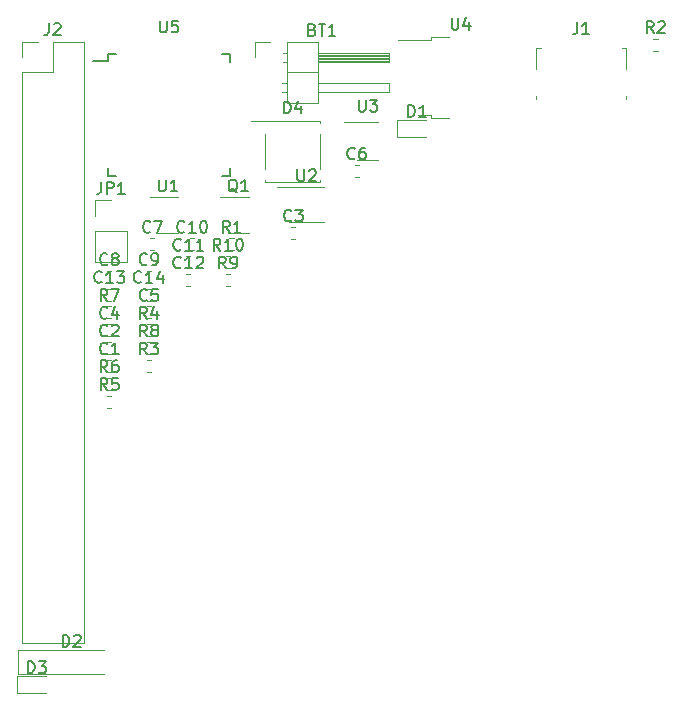
<source format=gbr>
G04 #@! TF.GenerationSoftware,KiCad,Pcbnew,5.0.2+dfsg1-1*
G04 #@! TF.CreationDate,2020-08-24T01:19:37-04:00*
G04 #@! TF.ProjectId,hardware,68617264-7761-4726-952e-6b696361645f,rev?*
G04 #@! TF.SameCoordinates,Original*
G04 #@! TF.FileFunction,Legend,Top*
G04 #@! TF.FilePolarity,Positive*
%FSLAX46Y46*%
G04 Gerber Fmt 4.6, Leading zero omitted, Abs format (unit mm)*
G04 Created by KiCad (PCBNEW 5.0.2+dfsg1-1) date Mon 24 Aug 2020 01:19:37 AM EDT*
%MOMM*%
%LPD*%
G01*
G04 APERTURE LIST*
%ADD10C,0.120000*%
%ADD11C,0.150000*%
G04 APERTURE END LIST*
D10*
G04 #@! TO.C,BT1*
X148645001Y-67805001D02*
X148645001Y-73005001D01*
X148645001Y-73005001D02*
X151305001Y-73005001D01*
X151305001Y-73005001D02*
X151305001Y-67805001D01*
X151305001Y-67805001D02*
X148645001Y-67805001D01*
X151305001Y-68755001D02*
X157305001Y-68755001D01*
X157305001Y-68755001D02*
X157305001Y-69515001D01*
X157305001Y-69515001D02*
X151305001Y-69515001D01*
X151305001Y-68815001D02*
X157305001Y-68815001D01*
X151305001Y-68935001D02*
X157305001Y-68935001D01*
X151305001Y-69055001D02*
X157305001Y-69055001D01*
X151305001Y-69175001D02*
X157305001Y-69175001D01*
X151305001Y-69295001D02*
X157305001Y-69295001D01*
X151305001Y-69415001D02*
X157305001Y-69415001D01*
X148315001Y-68755001D02*
X148645001Y-68755001D01*
X148315001Y-69515001D02*
X148645001Y-69515001D01*
X148645001Y-70405001D02*
X151305001Y-70405001D01*
X151305001Y-71295001D02*
X157305001Y-71295001D01*
X157305001Y-71295001D02*
X157305001Y-72055001D01*
X157305001Y-72055001D02*
X151305001Y-72055001D01*
X148247930Y-71295001D02*
X148645001Y-71295001D01*
X148247930Y-72055001D02*
X148645001Y-72055001D01*
X145935001Y-69135001D02*
X145935001Y-67865001D01*
X145935001Y-67865001D02*
X147205001Y-67865001D01*
G04 #@! TO.C,C1*
X133433734Y-94755001D02*
X133776268Y-94755001D01*
X133433734Y-95775001D02*
X133776268Y-95775001D01*
G04 #@! TO.C,C2*
X133433734Y-93245001D02*
X133776268Y-93245001D01*
X133433734Y-94265001D02*
X133776268Y-94265001D01*
G04 #@! TO.C,C3*
X149023734Y-83505001D02*
X149366268Y-83505001D01*
X149023734Y-84525001D02*
X149366268Y-84525001D01*
G04 #@! TO.C,C4*
X133433734Y-92755001D02*
X133776268Y-92755001D01*
X133433734Y-91735001D02*
X133776268Y-91735001D01*
G04 #@! TO.C,C5*
X136783734Y-91245001D02*
X137126268Y-91245001D01*
X136783734Y-90225001D02*
X137126268Y-90225001D01*
G04 #@! TO.C,C6*
X154383734Y-79275001D02*
X154726268Y-79275001D01*
X154383734Y-78255001D02*
X154726268Y-78255001D01*
G04 #@! TO.C,C7*
X137083734Y-84455001D02*
X137426268Y-84455001D01*
X137083734Y-85475001D02*
X137426268Y-85475001D01*
G04 #@! TO.C,C8*
X133433734Y-88225001D02*
X133776268Y-88225001D01*
X133433734Y-87205001D02*
X133776268Y-87205001D01*
G04 #@! TO.C,C9*
X136783734Y-87205001D02*
X137126268Y-87205001D01*
X136783734Y-88225001D02*
X137126268Y-88225001D01*
G04 #@! TO.C,C10*
X140433734Y-85475001D02*
X140776268Y-85475001D01*
X140433734Y-84455001D02*
X140776268Y-84455001D01*
G04 #@! TO.C,C11*
X140133734Y-85965001D02*
X140476268Y-85965001D01*
X140133734Y-86985001D02*
X140476268Y-86985001D01*
G04 #@! TO.C,C12*
X140133734Y-87475001D02*
X140476268Y-87475001D01*
X140133734Y-88495001D02*
X140476268Y-88495001D01*
G04 #@! TO.C,C13*
X133433734Y-89735001D02*
X133776268Y-89735001D01*
X133433734Y-88715001D02*
X133776268Y-88715001D01*
G04 #@! TO.C,C14*
X136783734Y-89735001D02*
X137126268Y-89735001D01*
X136783734Y-88715001D02*
X137126268Y-88715001D01*
G04 #@! TO.C,D1*
X157980001Y-75890001D02*
X160440001Y-75890001D01*
X157980001Y-74420001D02*
X157980001Y-75890001D01*
X160440001Y-74420001D02*
X157980001Y-74420001D01*
G04 #@! TO.C,D2*
X133155001Y-119335001D02*
X125855001Y-119335001D01*
X125855001Y-119335001D02*
X125855001Y-121335001D01*
X125855001Y-121335001D02*
X133155001Y-121335001D01*
G04 #@! TO.C,D3*
X128250001Y-121520001D02*
X125790001Y-121520001D01*
X125790001Y-121520001D02*
X125790001Y-122990001D01*
X125790001Y-122990001D02*
X128250001Y-122990001D01*
G04 #@! TO.C,D4*
X151425001Y-74735001D02*
X151425001Y-74535001D01*
X151425001Y-74535001D02*
X145625001Y-74535001D01*
X151425001Y-79535001D02*
X151425001Y-79735001D01*
X151425001Y-79735001D02*
X146825001Y-79735001D01*
X146825001Y-79735001D02*
X146825001Y-79535001D01*
X151425001Y-75635001D02*
X151425001Y-78635001D01*
X146825001Y-78635001D02*
X146825001Y-75635001D01*
G04 #@! TO.C,J1*
X177365001Y-68325001D02*
X176985001Y-68325001D01*
X177365001Y-72375001D02*
X177365001Y-72635001D01*
X177365001Y-68325001D02*
X177365001Y-70095001D01*
X169745001Y-68325001D02*
X170125001Y-68325001D01*
X169745001Y-70095001D02*
X169745001Y-68325001D01*
X169745001Y-72635001D02*
X169745001Y-72375001D01*
G04 #@! TO.C,J2*
X126225001Y-118725001D02*
X131425001Y-118725001D01*
X126225001Y-70405001D02*
X126225001Y-118725001D01*
X131425001Y-67805001D02*
X131425001Y-118725001D01*
X126225001Y-70405001D02*
X128825001Y-70405001D01*
X128825001Y-70405001D02*
X128825001Y-67805001D01*
X128825001Y-67805001D02*
X131425001Y-67805001D01*
X126225001Y-69135001D02*
X126225001Y-67805001D01*
X126225001Y-67805001D02*
X127555001Y-67805001D01*
G04 #@! TO.C,JP1*
X132425001Y-86455001D02*
X135085001Y-86455001D01*
X132425001Y-83855001D02*
X132425001Y-86455001D01*
X135085001Y-83855001D02*
X135085001Y-86455001D01*
X132425001Y-83855001D02*
X135085001Y-83855001D01*
X132425001Y-82585001D02*
X132425001Y-81255001D01*
X132425001Y-81255001D02*
X133755001Y-81255001D01*
G04 #@! TO.C,Q1*
X143655001Y-84045001D02*
X145415001Y-84045001D01*
X145415001Y-80975001D02*
X142985001Y-80975001D01*
G04 #@! TO.C,R1*
X143783734Y-84455001D02*
X144126268Y-84455001D01*
X143783734Y-85475001D02*
X144126268Y-85475001D01*
G04 #@! TO.C,R2*
X179683734Y-67555001D02*
X180026268Y-67555001D01*
X179683734Y-68575001D02*
X180026268Y-68575001D01*
G04 #@! TO.C,R3*
X136783734Y-95775001D02*
X137126268Y-95775001D01*
X136783734Y-94755001D02*
X137126268Y-94755001D01*
G04 #@! TO.C,R4*
X136783734Y-92755001D02*
X137126268Y-92755001D01*
X136783734Y-91735001D02*
X137126268Y-91735001D01*
G04 #@! TO.C,R5*
X133433734Y-97775001D02*
X133776268Y-97775001D01*
X133433734Y-98795001D02*
X133776268Y-98795001D01*
G04 #@! TO.C,R6*
X133433734Y-97285001D02*
X133776268Y-97285001D01*
X133433734Y-96265001D02*
X133776268Y-96265001D01*
G04 #@! TO.C,R7*
X133433734Y-91245001D02*
X133776268Y-91245001D01*
X133433734Y-90225001D02*
X133776268Y-90225001D01*
G04 #@! TO.C,R8*
X136783734Y-93245001D02*
X137126268Y-93245001D01*
X136783734Y-94265001D02*
X137126268Y-94265001D01*
G04 #@! TO.C,R9*
X143483734Y-87475001D02*
X143826268Y-87475001D01*
X143483734Y-88495001D02*
X143826268Y-88495001D01*
G04 #@! TO.C,R10*
X143483734Y-86985001D02*
X143826268Y-86985001D01*
X143483734Y-85965001D02*
X143826268Y-85965001D01*
G04 #@! TO.C,U1*
X139445001Y-80975001D02*
X137015001Y-80975001D01*
X137685001Y-84045001D02*
X139445001Y-84045001D01*
G04 #@! TO.C,U2*
X151795001Y-83085001D02*
X148795001Y-83085001D01*
X151795001Y-80085001D02*
X147795001Y-80085001D01*
G04 #@! TO.C,U3*
X154595001Y-77795001D02*
X156395001Y-77795001D01*
X156395001Y-74575001D02*
X153445001Y-74575001D01*
G04 #@! TO.C,U4*
X162385001Y-67385001D02*
X160885001Y-67385001D01*
X160885001Y-67385001D02*
X160885001Y-67655001D01*
X160885001Y-67655001D02*
X158055001Y-67655001D01*
X162385001Y-74285001D02*
X160885001Y-74285001D01*
X160885001Y-74285001D02*
X160885001Y-74015001D01*
X160885001Y-74015001D02*
X159785001Y-74015001D01*
D11*
G04 #@! TO.C,U5*
X133480001Y-68860001D02*
X133480001Y-69435001D01*
X143830001Y-68860001D02*
X143830001Y-69535001D01*
X143830001Y-79210001D02*
X143830001Y-78535001D01*
X133480001Y-79210001D02*
X133480001Y-78535001D01*
X133480001Y-68860001D02*
X134155001Y-68860001D01*
X133480001Y-79210001D02*
X134155001Y-79210001D01*
X143830001Y-79210001D02*
X143155001Y-79210001D01*
X143830001Y-68860001D02*
X143155001Y-68860001D01*
X133480001Y-69435001D02*
X132205001Y-69435001D01*
G04 #@! TO.C,BT1*
X150804286Y-66793572D02*
X150947143Y-66841191D01*
X150994762Y-66888810D01*
X151042381Y-66984048D01*
X151042381Y-67126905D01*
X150994762Y-67222143D01*
X150947143Y-67269762D01*
X150851905Y-67317381D01*
X150470953Y-67317381D01*
X150470953Y-66317381D01*
X150804286Y-66317381D01*
X150899524Y-66365001D01*
X150947143Y-66412620D01*
X150994762Y-66507858D01*
X150994762Y-66603096D01*
X150947143Y-66698334D01*
X150899524Y-66745953D01*
X150804286Y-66793572D01*
X150470953Y-66793572D01*
X151328096Y-66317381D02*
X151899524Y-66317381D01*
X151613810Y-67317381D02*
X151613810Y-66317381D01*
X152756667Y-67317381D02*
X152185239Y-67317381D01*
X152470953Y-67317381D02*
X152470953Y-66317381D01*
X152375715Y-66460239D01*
X152280477Y-66555477D01*
X152185239Y-66603096D01*
G04 #@! TO.C,C1*
X133438334Y-94192143D02*
X133390715Y-94239762D01*
X133247858Y-94287381D01*
X133152620Y-94287381D01*
X133009762Y-94239762D01*
X132914524Y-94144524D01*
X132866905Y-94049286D01*
X132819286Y-93858810D01*
X132819286Y-93715953D01*
X132866905Y-93525477D01*
X132914524Y-93430239D01*
X133009762Y-93335001D01*
X133152620Y-93287381D01*
X133247858Y-93287381D01*
X133390715Y-93335001D01*
X133438334Y-93382620D01*
X134390715Y-94287381D02*
X133819286Y-94287381D01*
X134105001Y-94287381D02*
X134105001Y-93287381D01*
X134009762Y-93430239D01*
X133914524Y-93525477D01*
X133819286Y-93573096D01*
G04 #@! TO.C,C2*
X133438334Y-92682143D02*
X133390715Y-92729762D01*
X133247858Y-92777381D01*
X133152620Y-92777381D01*
X133009762Y-92729762D01*
X132914524Y-92634524D01*
X132866905Y-92539286D01*
X132819286Y-92348810D01*
X132819286Y-92205953D01*
X132866905Y-92015477D01*
X132914524Y-91920239D01*
X133009762Y-91825001D01*
X133152620Y-91777381D01*
X133247858Y-91777381D01*
X133390715Y-91825001D01*
X133438334Y-91872620D01*
X133819286Y-91872620D02*
X133866905Y-91825001D01*
X133962143Y-91777381D01*
X134200239Y-91777381D01*
X134295477Y-91825001D01*
X134343096Y-91872620D01*
X134390715Y-91967858D01*
X134390715Y-92063096D01*
X134343096Y-92205953D01*
X133771667Y-92777381D01*
X134390715Y-92777381D01*
G04 #@! TO.C,C3*
X149028334Y-82942143D02*
X148980715Y-82989762D01*
X148837858Y-83037381D01*
X148742620Y-83037381D01*
X148599762Y-82989762D01*
X148504524Y-82894524D01*
X148456905Y-82799286D01*
X148409286Y-82608810D01*
X148409286Y-82465953D01*
X148456905Y-82275477D01*
X148504524Y-82180239D01*
X148599762Y-82085001D01*
X148742620Y-82037381D01*
X148837858Y-82037381D01*
X148980715Y-82085001D01*
X149028334Y-82132620D01*
X149361667Y-82037381D02*
X149980715Y-82037381D01*
X149647381Y-82418334D01*
X149790239Y-82418334D01*
X149885477Y-82465953D01*
X149933096Y-82513572D01*
X149980715Y-82608810D01*
X149980715Y-82846905D01*
X149933096Y-82942143D01*
X149885477Y-82989762D01*
X149790239Y-83037381D01*
X149504524Y-83037381D01*
X149409286Y-82989762D01*
X149361667Y-82942143D01*
G04 #@! TO.C,C4*
X133438334Y-91172143D02*
X133390715Y-91219762D01*
X133247858Y-91267381D01*
X133152620Y-91267381D01*
X133009762Y-91219762D01*
X132914524Y-91124524D01*
X132866905Y-91029286D01*
X132819286Y-90838810D01*
X132819286Y-90695953D01*
X132866905Y-90505477D01*
X132914524Y-90410239D01*
X133009762Y-90315001D01*
X133152620Y-90267381D01*
X133247858Y-90267381D01*
X133390715Y-90315001D01*
X133438334Y-90362620D01*
X134295477Y-90600715D02*
X134295477Y-91267381D01*
X134057381Y-90219762D02*
X133819286Y-90934048D01*
X134438334Y-90934048D01*
G04 #@! TO.C,C5*
X136788334Y-89662143D02*
X136740715Y-89709762D01*
X136597858Y-89757381D01*
X136502620Y-89757381D01*
X136359762Y-89709762D01*
X136264524Y-89614524D01*
X136216905Y-89519286D01*
X136169286Y-89328810D01*
X136169286Y-89185953D01*
X136216905Y-88995477D01*
X136264524Y-88900239D01*
X136359762Y-88805001D01*
X136502620Y-88757381D01*
X136597858Y-88757381D01*
X136740715Y-88805001D01*
X136788334Y-88852620D01*
X137693096Y-88757381D02*
X137216905Y-88757381D01*
X137169286Y-89233572D01*
X137216905Y-89185953D01*
X137312143Y-89138334D01*
X137550239Y-89138334D01*
X137645477Y-89185953D01*
X137693096Y-89233572D01*
X137740715Y-89328810D01*
X137740715Y-89566905D01*
X137693096Y-89662143D01*
X137645477Y-89709762D01*
X137550239Y-89757381D01*
X137312143Y-89757381D01*
X137216905Y-89709762D01*
X137169286Y-89662143D01*
G04 #@! TO.C,C6*
X154388334Y-77692143D02*
X154340715Y-77739762D01*
X154197858Y-77787381D01*
X154102620Y-77787381D01*
X153959762Y-77739762D01*
X153864524Y-77644524D01*
X153816905Y-77549286D01*
X153769286Y-77358810D01*
X153769286Y-77215953D01*
X153816905Y-77025477D01*
X153864524Y-76930239D01*
X153959762Y-76835001D01*
X154102620Y-76787381D01*
X154197858Y-76787381D01*
X154340715Y-76835001D01*
X154388334Y-76882620D01*
X155245477Y-76787381D02*
X155055001Y-76787381D01*
X154959762Y-76835001D01*
X154912143Y-76882620D01*
X154816905Y-77025477D01*
X154769286Y-77215953D01*
X154769286Y-77596905D01*
X154816905Y-77692143D01*
X154864524Y-77739762D01*
X154959762Y-77787381D01*
X155150239Y-77787381D01*
X155245477Y-77739762D01*
X155293096Y-77692143D01*
X155340715Y-77596905D01*
X155340715Y-77358810D01*
X155293096Y-77263572D01*
X155245477Y-77215953D01*
X155150239Y-77168334D01*
X154959762Y-77168334D01*
X154864524Y-77215953D01*
X154816905Y-77263572D01*
X154769286Y-77358810D01*
G04 #@! TO.C,C7*
X137088334Y-83892143D02*
X137040715Y-83939762D01*
X136897858Y-83987381D01*
X136802620Y-83987381D01*
X136659762Y-83939762D01*
X136564524Y-83844524D01*
X136516905Y-83749286D01*
X136469286Y-83558810D01*
X136469286Y-83415953D01*
X136516905Y-83225477D01*
X136564524Y-83130239D01*
X136659762Y-83035001D01*
X136802620Y-82987381D01*
X136897858Y-82987381D01*
X137040715Y-83035001D01*
X137088334Y-83082620D01*
X137421667Y-82987381D02*
X138088334Y-82987381D01*
X137659762Y-83987381D01*
G04 #@! TO.C,C8*
X133438334Y-86642143D02*
X133390715Y-86689762D01*
X133247858Y-86737381D01*
X133152620Y-86737381D01*
X133009762Y-86689762D01*
X132914524Y-86594524D01*
X132866905Y-86499286D01*
X132819286Y-86308810D01*
X132819286Y-86165953D01*
X132866905Y-85975477D01*
X132914524Y-85880239D01*
X133009762Y-85785001D01*
X133152620Y-85737381D01*
X133247858Y-85737381D01*
X133390715Y-85785001D01*
X133438334Y-85832620D01*
X134009762Y-86165953D02*
X133914524Y-86118334D01*
X133866905Y-86070715D01*
X133819286Y-85975477D01*
X133819286Y-85927858D01*
X133866905Y-85832620D01*
X133914524Y-85785001D01*
X134009762Y-85737381D01*
X134200239Y-85737381D01*
X134295477Y-85785001D01*
X134343096Y-85832620D01*
X134390715Y-85927858D01*
X134390715Y-85975477D01*
X134343096Y-86070715D01*
X134295477Y-86118334D01*
X134200239Y-86165953D01*
X134009762Y-86165953D01*
X133914524Y-86213572D01*
X133866905Y-86261191D01*
X133819286Y-86356429D01*
X133819286Y-86546905D01*
X133866905Y-86642143D01*
X133914524Y-86689762D01*
X134009762Y-86737381D01*
X134200239Y-86737381D01*
X134295477Y-86689762D01*
X134343096Y-86642143D01*
X134390715Y-86546905D01*
X134390715Y-86356429D01*
X134343096Y-86261191D01*
X134295477Y-86213572D01*
X134200239Y-86165953D01*
G04 #@! TO.C,C9*
X136788334Y-86642143D02*
X136740715Y-86689762D01*
X136597858Y-86737381D01*
X136502620Y-86737381D01*
X136359762Y-86689762D01*
X136264524Y-86594524D01*
X136216905Y-86499286D01*
X136169286Y-86308810D01*
X136169286Y-86165953D01*
X136216905Y-85975477D01*
X136264524Y-85880239D01*
X136359762Y-85785001D01*
X136502620Y-85737381D01*
X136597858Y-85737381D01*
X136740715Y-85785001D01*
X136788334Y-85832620D01*
X137264524Y-86737381D02*
X137455001Y-86737381D01*
X137550239Y-86689762D01*
X137597858Y-86642143D01*
X137693096Y-86499286D01*
X137740715Y-86308810D01*
X137740715Y-85927858D01*
X137693096Y-85832620D01*
X137645477Y-85785001D01*
X137550239Y-85737381D01*
X137359762Y-85737381D01*
X137264524Y-85785001D01*
X137216905Y-85832620D01*
X137169286Y-85927858D01*
X137169286Y-86165953D01*
X137216905Y-86261191D01*
X137264524Y-86308810D01*
X137359762Y-86356429D01*
X137550239Y-86356429D01*
X137645477Y-86308810D01*
X137693096Y-86261191D01*
X137740715Y-86165953D01*
G04 #@! TO.C,C10*
X139962143Y-83892143D02*
X139914524Y-83939762D01*
X139771667Y-83987381D01*
X139676429Y-83987381D01*
X139533572Y-83939762D01*
X139438334Y-83844524D01*
X139390715Y-83749286D01*
X139343096Y-83558810D01*
X139343096Y-83415953D01*
X139390715Y-83225477D01*
X139438334Y-83130239D01*
X139533572Y-83035001D01*
X139676429Y-82987381D01*
X139771667Y-82987381D01*
X139914524Y-83035001D01*
X139962143Y-83082620D01*
X140914524Y-83987381D02*
X140343096Y-83987381D01*
X140628810Y-83987381D02*
X140628810Y-82987381D01*
X140533572Y-83130239D01*
X140438334Y-83225477D01*
X140343096Y-83273096D01*
X141533572Y-82987381D02*
X141628810Y-82987381D01*
X141724048Y-83035001D01*
X141771667Y-83082620D01*
X141819286Y-83177858D01*
X141866905Y-83368334D01*
X141866905Y-83606429D01*
X141819286Y-83796905D01*
X141771667Y-83892143D01*
X141724048Y-83939762D01*
X141628810Y-83987381D01*
X141533572Y-83987381D01*
X141438334Y-83939762D01*
X141390715Y-83892143D01*
X141343096Y-83796905D01*
X141295477Y-83606429D01*
X141295477Y-83368334D01*
X141343096Y-83177858D01*
X141390715Y-83082620D01*
X141438334Y-83035001D01*
X141533572Y-82987381D01*
G04 #@! TO.C,C11*
X139662143Y-85402143D02*
X139614524Y-85449762D01*
X139471667Y-85497381D01*
X139376429Y-85497381D01*
X139233572Y-85449762D01*
X139138334Y-85354524D01*
X139090715Y-85259286D01*
X139043096Y-85068810D01*
X139043096Y-84925953D01*
X139090715Y-84735477D01*
X139138334Y-84640239D01*
X139233572Y-84545001D01*
X139376429Y-84497381D01*
X139471667Y-84497381D01*
X139614524Y-84545001D01*
X139662143Y-84592620D01*
X140614524Y-85497381D02*
X140043096Y-85497381D01*
X140328810Y-85497381D02*
X140328810Y-84497381D01*
X140233572Y-84640239D01*
X140138334Y-84735477D01*
X140043096Y-84783096D01*
X141566905Y-85497381D02*
X140995477Y-85497381D01*
X141281191Y-85497381D02*
X141281191Y-84497381D01*
X141185953Y-84640239D01*
X141090715Y-84735477D01*
X140995477Y-84783096D01*
G04 #@! TO.C,C12*
X139662143Y-86912143D02*
X139614524Y-86959762D01*
X139471667Y-87007381D01*
X139376429Y-87007381D01*
X139233572Y-86959762D01*
X139138334Y-86864524D01*
X139090715Y-86769286D01*
X139043096Y-86578810D01*
X139043096Y-86435953D01*
X139090715Y-86245477D01*
X139138334Y-86150239D01*
X139233572Y-86055001D01*
X139376429Y-86007381D01*
X139471667Y-86007381D01*
X139614524Y-86055001D01*
X139662143Y-86102620D01*
X140614524Y-87007381D02*
X140043096Y-87007381D01*
X140328810Y-87007381D02*
X140328810Y-86007381D01*
X140233572Y-86150239D01*
X140138334Y-86245477D01*
X140043096Y-86293096D01*
X140995477Y-86102620D02*
X141043096Y-86055001D01*
X141138334Y-86007381D01*
X141376429Y-86007381D01*
X141471667Y-86055001D01*
X141519286Y-86102620D01*
X141566905Y-86197858D01*
X141566905Y-86293096D01*
X141519286Y-86435953D01*
X140947858Y-87007381D01*
X141566905Y-87007381D01*
G04 #@! TO.C,C13*
X132962143Y-88152143D02*
X132914524Y-88199762D01*
X132771667Y-88247381D01*
X132676429Y-88247381D01*
X132533572Y-88199762D01*
X132438334Y-88104524D01*
X132390715Y-88009286D01*
X132343096Y-87818810D01*
X132343096Y-87675953D01*
X132390715Y-87485477D01*
X132438334Y-87390239D01*
X132533572Y-87295001D01*
X132676429Y-87247381D01*
X132771667Y-87247381D01*
X132914524Y-87295001D01*
X132962143Y-87342620D01*
X133914524Y-88247381D02*
X133343096Y-88247381D01*
X133628810Y-88247381D02*
X133628810Y-87247381D01*
X133533572Y-87390239D01*
X133438334Y-87485477D01*
X133343096Y-87533096D01*
X134247858Y-87247381D02*
X134866905Y-87247381D01*
X134533572Y-87628334D01*
X134676429Y-87628334D01*
X134771667Y-87675953D01*
X134819286Y-87723572D01*
X134866905Y-87818810D01*
X134866905Y-88056905D01*
X134819286Y-88152143D01*
X134771667Y-88199762D01*
X134676429Y-88247381D01*
X134390715Y-88247381D01*
X134295477Y-88199762D01*
X134247858Y-88152143D01*
G04 #@! TO.C,C14*
X136312143Y-88152143D02*
X136264524Y-88199762D01*
X136121667Y-88247381D01*
X136026429Y-88247381D01*
X135883572Y-88199762D01*
X135788334Y-88104524D01*
X135740715Y-88009286D01*
X135693096Y-87818810D01*
X135693096Y-87675953D01*
X135740715Y-87485477D01*
X135788334Y-87390239D01*
X135883572Y-87295001D01*
X136026429Y-87247381D01*
X136121667Y-87247381D01*
X136264524Y-87295001D01*
X136312143Y-87342620D01*
X137264524Y-88247381D02*
X136693096Y-88247381D01*
X136978810Y-88247381D02*
X136978810Y-87247381D01*
X136883572Y-87390239D01*
X136788334Y-87485477D01*
X136693096Y-87533096D01*
X138121667Y-87580715D02*
X138121667Y-88247381D01*
X137883572Y-87199762D02*
X137645477Y-87914048D01*
X138264524Y-87914048D01*
G04 #@! TO.C,D1*
X158901905Y-74177381D02*
X158901905Y-73177381D01*
X159140001Y-73177381D01*
X159282858Y-73225001D01*
X159378096Y-73320239D01*
X159425715Y-73415477D01*
X159473334Y-73605953D01*
X159473334Y-73748810D01*
X159425715Y-73939286D01*
X159378096Y-74034524D01*
X159282858Y-74129762D01*
X159140001Y-74177381D01*
X158901905Y-74177381D01*
X160425715Y-74177381D02*
X159854286Y-74177381D01*
X160140001Y-74177381D02*
X160140001Y-73177381D01*
X160044762Y-73320239D01*
X159949524Y-73415477D01*
X159854286Y-73463096D01*
G04 #@! TO.C,D2*
X129666905Y-119037381D02*
X129666905Y-118037381D01*
X129905001Y-118037381D01*
X130047858Y-118085001D01*
X130143096Y-118180239D01*
X130190715Y-118275477D01*
X130238334Y-118465953D01*
X130238334Y-118608810D01*
X130190715Y-118799286D01*
X130143096Y-118894524D01*
X130047858Y-118989762D01*
X129905001Y-119037381D01*
X129666905Y-119037381D01*
X130619286Y-118132620D02*
X130666905Y-118085001D01*
X130762143Y-118037381D01*
X131000239Y-118037381D01*
X131095477Y-118085001D01*
X131143096Y-118132620D01*
X131190715Y-118227858D01*
X131190715Y-118323096D01*
X131143096Y-118465953D01*
X130571667Y-119037381D01*
X131190715Y-119037381D01*
G04 #@! TO.C,D3*
X126711905Y-121277381D02*
X126711905Y-120277381D01*
X126950001Y-120277381D01*
X127092858Y-120325001D01*
X127188096Y-120420239D01*
X127235715Y-120515477D01*
X127283334Y-120705953D01*
X127283334Y-120848810D01*
X127235715Y-121039286D01*
X127188096Y-121134524D01*
X127092858Y-121229762D01*
X126950001Y-121277381D01*
X126711905Y-121277381D01*
X127616667Y-120277381D02*
X128235715Y-120277381D01*
X127902381Y-120658334D01*
X128045239Y-120658334D01*
X128140477Y-120705953D01*
X128188096Y-120753572D01*
X128235715Y-120848810D01*
X128235715Y-121086905D01*
X128188096Y-121182143D01*
X128140477Y-121229762D01*
X128045239Y-121277381D01*
X127759524Y-121277381D01*
X127664286Y-121229762D01*
X127616667Y-121182143D01*
G04 #@! TO.C,D4*
X148386905Y-73887381D02*
X148386905Y-72887381D01*
X148625001Y-72887381D01*
X148767858Y-72935001D01*
X148863096Y-73030239D01*
X148910715Y-73125477D01*
X148958334Y-73315953D01*
X148958334Y-73458810D01*
X148910715Y-73649286D01*
X148863096Y-73744524D01*
X148767858Y-73839762D01*
X148625001Y-73887381D01*
X148386905Y-73887381D01*
X149815477Y-73220715D02*
X149815477Y-73887381D01*
X149577381Y-72839762D02*
X149339286Y-73554048D01*
X149958334Y-73554048D01*
G04 #@! TO.C,J1*
X173221667Y-66187381D02*
X173221667Y-66901667D01*
X173174048Y-67044524D01*
X173078810Y-67139762D01*
X172935953Y-67187381D01*
X172840715Y-67187381D01*
X174221667Y-67187381D02*
X173650239Y-67187381D01*
X173935953Y-67187381D02*
X173935953Y-66187381D01*
X173840715Y-66330239D01*
X173745477Y-66425477D01*
X173650239Y-66473096D01*
G04 #@! TO.C,J2*
X128491667Y-66257381D02*
X128491667Y-66971667D01*
X128444048Y-67114524D01*
X128348810Y-67209762D01*
X128205953Y-67257381D01*
X128110715Y-67257381D01*
X128920239Y-66352620D02*
X128967858Y-66305001D01*
X129063096Y-66257381D01*
X129301191Y-66257381D01*
X129396429Y-66305001D01*
X129444048Y-66352620D01*
X129491667Y-66447858D01*
X129491667Y-66543096D01*
X129444048Y-66685953D01*
X128872620Y-67257381D01*
X129491667Y-67257381D01*
G04 #@! TO.C,JP1*
X132921667Y-79707381D02*
X132921667Y-80421667D01*
X132874048Y-80564524D01*
X132778810Y-80659762D01*
X132635953Y-80707381D01*
X132540715Y-80707381D01*
X133397858Y-80707381D02*
X133397858Y-79707381D01*
X133778810Y-79707381D01*
X133874048Y-79755001D01*
X133921667Y-79802620D01*
X133969286Y-79897858D01*
X133969286Y-80040715D01*
X133921667Y-80135953D01*
X133874048Y-80183572D01*
X133778810Y-80231191D01*
X133397858Y-80231191D01*
X134921667Y-80707381D02*
X134350239Y-80707381D01*
X134635953Y-80707381D02*
X134635953Y-79707381D01*
X134540715Y-79850239D01*
X134445477Y-79945477D01*
X134350239Y-79993096D01*
G04 #@! TO.C,Q1*
X144439762Y-80582620D02*
X144344524Y-80535001D01*
X144249286Y-80439762D01*
X144106429Y-80296905D01*
X144011191Y-80249286D01*
X143915953Y-80249286D01*
X143963572Y-80487381D02*
X143868334Y-80439762D01*
X143773096Y-80344524D01*
X143725477Y-80154048D01*
X143725477Y-79820715D01*
X143773096Y-79630239D01*
X143868334Y-79535001D01*
X143963572Y-79487381D01*
X144154048Y-79487381D01*
X144249286Y-79535001D01*
X144344524Y-79630239D01*
X144392143Y-79820715D01*
X144392143Y-80154048D01*
X144344524Y-80344524D01*
X144249286Y-80439762D01*
X144154048Y-80487381D01*
X143963572Y-80487381D01*
X145344524Y-80487381D02*
X144773096Y-80487381D01*
X145058810Y-80487381D02*
X145058810Y-79487381D01*
X144963572Y-79630239D01*
X144868334Y-79725477D01*
X144773096Y-79773096D01*
G04 #@! TO.C,R1*
X143788334Y-83987381D02*
X143455001Y-83511191D01*
X143216905Y-83987381D02*
X143216905Y-82987381D01*
X143597858Y-82987381D01*
X143693096Y-83035001D01*
X143740715Y-83082620D01*
X143788334Y-83177858D01*
X143788334Y-83320715D01*
X143740715Y-83415953D01*
X143693096Y-83463572D01*
X143597858Y-83511191D01*
X143216905Y-83511191D01*
X144740715Y-83987381D02*
X144169286Y-83987381D01*
X144455001Y-83987381D02*
X144455001Y-82987381D01*
X144359762Y-83130239D01*
X144264524Y-83225477D01*
X144169286Y-83273096D01*
G04 #@! TO.C,R2*
X179688334Y-67087381D02*
X179355001Y-66611191D01*
X179116905Y-67087381D02*
X179116905Y-66087381D01*
X179497858Y-66087381D01*
X179593096Y-66135001D01*
X179640715Y-66182620D01*
X179688334Y-66277858D01*
X179688334Y-66420715D01*
X179640715Y-66515953D01*
X179593096Y-66563572D01*
X179497858Y-66611191D01*
X179116905Y-66611191D01*
X180069286Y-66182620D02*
X180116905Y-66135001D01*
X180212143Y-66087381D01*
X180450239Y-66087381D01*
X180545477Y-66135001D01*
X180593096Y-66182620D01*
X180640715Y-66277858D01*
X180640715Y-66373096D01*
X180593096Y-66515953D01*
X180021667Y-67087381D01*
X180640715Y-67087381D01*
G04 #@! TO.C,R3*
X136788334Y-94287381D02*
X136455001Y-93811191D01*
X136216905Y-94287381D02*
X136216905Y-93287381D01*
X136597858Y-93287381D01*
X136693096Y-93335001D01*
X136740715Y-93382620D01*
X136788334Y-93477858D01*
X136788334Y-93620715D01*
X136740715Y-93715953D01*
X136693096Y-93763572D01*
X136597858Y-93811191D01*
X136216905Y-93811191D01*
X137121667Y-93287381D02*
X137740715Y-93287381D01*
X137407381Y-93668334D01*
X137550239Y-93668334D01*
X137645477Y-93715953D01*
X137693096Y-93763572D01*
X137740715Y-93858810D01*
X137740715Y-94096905D01*
X137693096Y-94192143D01*
X137645477Y-94239762D01*
X137550239Y-94287381D01*
X137264524Y-94287381D01*
X137169286Y-94239762D01*
X137121667Y-94192143D01*
G04 #@! TO.C,R4*
X136788334Y-91267381D02*
X136455001Y-90791191D01*
X136216905Y-91267381D02*
X136216905Y-90267381D01*
X136597858Y-90267381D01*
X136693096Y-90315001D01*
X136740715Y-90362620D01*
X136788334Y-90457858D01*
X136788334Y-90600715D01*
X136740715Y-90695953D01*
X136693096Y-90743572D01*
X136597858Y-90791191D01*
X136216905Y-90791191D01*
X137645477Y-90600715D02*
X137645477Y-91267381D01*
X137407381Y-90219762D02*
X137169286Y-90934048D01*
X137788334Y-90934048D01*
G04 #@! TO.C,R5*
X133438334Y-97307381D02*
X133105001Y-96831191D01*
X132866905Y-97307381D02*
X132866905Y-96307381D01*
X133247858Y-96307381D01*
X133343096Y-96355001D01*
X133390715Y-96402620D01*
X133438334Y-96497858D01*
X133438334Y-96640715D01*
X133390715Y-96735953D01*
X133343096Y-96783572D01*
X133247858Y-96831191D01*
X132866905Y-96831191D01*
X134343096Y-96307381D02*
X133866905Y-96307381D01*
X133819286Y-96783572D01*
X133866905Y-96735953D01*
X133962143Y-96688334D01*
X134200239Y-96688334D01*
X134295477Y-96735953D01*
X134343096Y-96783572D01*
X134390715Y-96878810D01*
X134390715Y-97116905D01*
X134343096Y-97212143D01*
X134295477Y-97259762D01*
X134200239Y-97307381D01*
X133962143Y-97307381D01*
X133866905Y-97259762D01*
X133819286Y-97212143D01*
G04 #@! TO.C,R6*
X133438334Y-95797381D02*
X133105001Y-95321191D01*
X132866905Y-95797381D02*
X132866905Y-94797381D01*
X133247858Y-94797381D01*
X133343096Y-94845001D01*
X133390715Y-94892620D01*
X133438334Y-94987858D01*
X133438334Y-95130715D01*
X133390715Y-95225953D01*
X133343096Y-95273572D01*
X133247858Y-95321191D01*
X132866905Y-95321191D01*
X134295477Y-94797381D02*
X134105001Y-94797381D01*
X134009762Y-94845001D01*
X133962143Y-94892620D01*
X133866905Y-95035477D01*
X133819286Y-95225953D01*
X133819286Y-95606905D01*
X133866905Y-95702143D01*
X133914524Y-95749762D01*
X134009762Y-95797381D01*
X134200239Y-95797381D01*
X134295477Y-95749762D01*
X134343096Y-95702143D01*
X134390715Y-95606905D01*
X134390715Y-95368810D01*
X134343096Y-95273572D01*
X134295477Y-95225953D01*
X134200239Y-95178334D01*
X134009762Y-95178334D01*
X133914524Y-95225953D01*
X133866905Y-95273572D01*
X133819286Y-95368810D01*
G04 #@! TO.C,R7*
X133438334Y-89757381D02*
X133105001Y-89281191D01*
X132866905Y-89757381D02*
X132866905Y-88757381D01*
X133247858Y-88757381D01*
X133343096Y-88805001D01*
X133390715Y-88852620D01*
X133438334Y-88947858D01*
X133438334Y-89090715D01*
X133390715Y-89185953D01*
X133343096Y-89233572D01*
X133247858Y-89281191D01*
X132866905Y-89281191D01*
X133771667Y-88757381D02*
X134438334Y-88757381D01*
X134009762Y-89757381D01*
G04 #@! TO.C,R8*
X136788334Y-92777381D02*
X136455001Y-92301191D01*
X136216905Y-92777381D02*
X136216905Y-91777381D01*
X136597858Y-91777381D01*
X136693096Y-91825001D01*
X136740715Y-91872620D01*
X136788334Y-91967858D01*
X136788334Y-92110715D01*
X136740715Y-92205953D01*
X136693096Y-92253572D01*
X136597858Y-92301191D01*
X136216905Y-92301191D01*
X137359762Y-92205953D02*
X137264524Y-92158334D01*
X137216905Y-92110715D01*
X137169286Y-92015477D01*
X137169286Y-91967858D01*
X137216905Y-91872620D01*
X137264524Y-91825001D01*
X137359762Y-91777381D01*
X137550239Y-91777381D01*
X137645477Y-91825001D01*
X137693096Y-91872620D01*
X137740715Y-91967858D01*
X137740715Y-92015477D01*
X137693096Y-92110715D01*
X137645477Y-92158334D01*
X137550239Y-92205953D01*
X137359762Y-92205953D01*
X137264524Y-92253572D01*
X137216905Y-92301191D01*
X137169286Y-92396429D01*
X137169286Y-92586905D01*
X137216905Y-92682143D01*
X137264524Y-92729762D01*
X137359762Y-92777381D01*
X137550239Y-92777381D01*
X137645477Y-92729762D01*
X137693096Y-92682143D01*
X137740715Y-92586905D01*
X137740715Y-92396429D01*
X137693096Y-92301191D01*
X137645477Y-92253572D01*
X137550239Y-92205953D01*
G04 #@! TO.C,R9*
X143488334Y-87007381D02*
X143155001Y-86531191D01*
X142916905Y-87007381D02*
X142916905Y-86007381D01*
X143297858Y-86007381D01*
X143393096Y-86055001D01*
X143440715Y-86102620D01*
X143488334Y-86197858D01*
X143488334Y-86340715D01*
X143440715Y-86435953D01*
X143393096Y-86483572D01*
X143297858Y-86531191D01*
X142916905Y-86531191D01*
X143964524Y-87007381D02*
X144155001Y-87007381D01*
X144250239Y-86959762D01*
X144297858Y-86912143D01*
X144393096Y-86769286D01*
X144440715Y-86578810D01*
X144440715Y-86197858D01*
X144393096Y-86102620D01*
X144345477Y-86055001D01*
X144250239Y-86007381D01*
X144059762Y-86007381D01*
X143964524Y-86055001D01*
X143916905Y-86102620D01*
X143869286Y-86197858D01*
X143869286Y-86435953D01*
X143916905Y-86531191D01*
X143964524Y-86578810D01*
X144059762Y-86626429D01*
X144250239Y-86626429D01*
X144345477Y-86578810D01*
X144393096Y-86531191D01*
X144440715Y-86435953D01*
G04 #@! TO.C,R10*
X143012143Y-85497381D02*
X142678810Y-85021191D01*
X142440715Y-85497381D02*
X142440715Y-84497381D01*
X142821667Y-84497381D01*
X142916905Y-84545001D01*
X142964524Y-84592620D01*
X143012143Y-84687858D01*
X143012143Y-84830715D01*
X142964524Y-84925953D01*
X142916905Y-84973572D01*
X142821667Y-85021191D01*
X142440715Y-85021191D01*
X143964524Y-85497381D02*
X143393096Y-85497381D01*
X143678810Y-85497381D02*
X143678810Y-84497381D01*
X143583572Y-84640239D01*
X143488334Y-84735477D01*
X143393096Y-84783096D01*
X144583572Y-84497381D02*
X144678810Y-84497381D01*
X144774048Y-84545001D01*
X144821667Y-84592620D01*
X144869286Y-84687858D01*
X144916905Y-84878334D01*
X144916905Y-85116429D01*
X144869286Y-85306905D01*
X144821667Y-85402143D01*
X144774048Y-85449762D01*
X144678810Y-85497381D01*
X144583572Y-85497381D01*
X144488334Y-85449762D01*
X144440715Y-85402143D01*
X144393096Y-85306905D01*
X144345477Y-85116429D01*
X144345477Y-84878334D01*
X144393096Y-84687858D01*
X144440715Y-84592620D01*
X144488334Y-84545001D01*
X144583572Y-84497381D01*
G04 #@! TO.C,U1*
X137803096Y-79487381D02*
X137803096Y-80296905D01*
X137850715Y-80392143D01*
X137898334Y-80439762D01*
X137993572Y-80487381D01*
X138184048Y-80487381D01*
X138279286Y-80439762D01*
X138326905Y-80392143D01*
X138374524Y-80296905D01*
X138374524Y-79487381D01*
X139374524Y-80487381D02*
X138803096Y-80487381D01*
X139088810Y-80487381D02*
X139088810Y-79487381D01*
X138993572Y-79630239D01*
X138898334Y-79725477D01*
X138803096Y-79773096D01*
G04 #@! TO.C,U2*
X149533096Y-78637381D02*
X149533096Y-79446905D01*
X149580715Y-79542143D01*
X149628334Y-79589762D01*
X149723572Y-79637381D01*
X149914048Y-79637381D01*
X150009286Y-79589762D01*
X150056905Y-79542143D01*
X150104524Y-79446905D01*
X150104524Y-78637381D01*
X150533096Y-78732620D02*
X150580715Y-78685001D01*
X150675953Y-78637381D01*
X150914048Y-78637381D01*
X151009286Y-78685001D01*
X151056905Y-78732620D01*
X151104524Y-78827858D01*
X151104524Y-78923096D01*
X151056905Y-79065953D01*
X150485477Y-79637381D01*
X151104524Y-79637381D01*
G04 #@! TO.C,U3*
X154733096Y-72737381D02*
X154733096Y-73546905D01*
X154780715Y-73642143D01*
X154828334Y-73689762D01*
X154923572Y-73737381D01*
X155114048Y-73737381D01*
X155209286Y-73689762D01*
X155256905Y-73642143D01*
X155304524Y-73546905D01*
X155304524Y-72737381D01*
X155685477Y-72737381D02*
X156304524Y-72737381D01*
X155971191Y-73118334D01*
X156114048Y-73118334D01*
X156209286Y-73165953D01*
X156256905Y-73213572D01*
X156304524Y-73308810D01*
X156304524Y-73546905D01*
X156256905Y-73642143D01*
X156209286Y-73689762D01*
X156114048Y-73737381D01*
X155828334Y-73737381D01*
X155733096Y-73689762D01*
X155685477Y-73642143D01*
G04 #@! TO.C,U4*
X162593096Y-65787381D02*
X162593096Y-66596905D01*
X162640715Y-66692143D01*
X162688334Y-66739762D01*
X162783572Y-66787381D01*
X162974048Y-66787381D01*
X163069286Y-66739762D01*
X163116905Y-66692143D01*
X163164524Y-66596905D01*
X163164524Y-65787381D01*
X164069286Y-66120715D02*
X164069286Y-66787381D01*
X163831191Y-65739762D02*
X163593096Y-66454048D01*
X164212143Y-66454048D01*
G04 #@! TO.C,U5*
X137893096Y-66037381D02*
X137893096Y-66846905D01*
X137940715Y-66942143D01*
X137988334Y-66989762D01*
X138083572Y-67037381D01*
X138274048Y-67037381D01*
X138369286Y-66989762D01*
X138416905Y-66942143D01*
X138464524Y-66846905D01*
X138464524Y-66037381D01*
X139416905Y-66037381D02*
X138940715Y-66037381D01*
X138893096Y-66513572D01*
X138940715Y-66465953D01*
X139035953Y-66418334D01*
X139274048Y-66418334D01*
X139369286Y-66465953D01*
X139416905Y-66513572D01*
X139464524Y-66608810D01*
X139464524Y-66846905D01*
X139416905Y-66942143D01*
X139369286Y-66989762D01*
X139274048Y-67037381D01*
X139035953Y-67037381D01*
X138940715Y-66989762D01*
X138893096Y-66942143D01*
G04 #@! TD*
M02*

</source>
